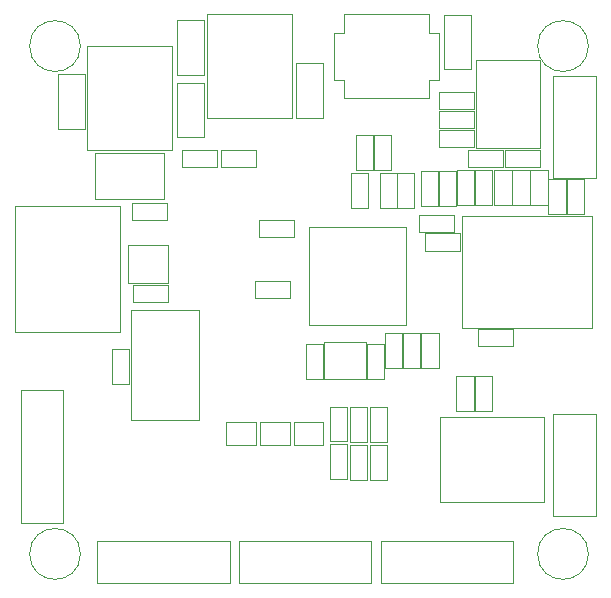
<source format=gbr>
%TF.GenerationSoftware,KiCad,Pcbnew,8.0.8-8.0.8-0~ubuntu22.04.1*%
%TF.CreationDate,2025-03-05T22:54:23+01:00*%
%TF.ProjectId,GLITCHING_FMAW,474c4954-4348-4494-9e47-5f464d41572e,rev?*%
%TF.SameCoordinates,Original*%
%TF.FileFunction,Other,User*%
%FSLAX46Y46*%
G04 Gerber Fmt 4.6, Leading zero omitted, Abs format (unit mm)*
G04 Created by KiCad (PCBNEW 8.0.8-8.0.8-0~ubuntu22.04.1) date 2025-03-05 22:54:23*
%MOMM*%
%LPD*%
G01*
G04 APERTURE LIST*
%ADD10C,0.050000*%
G04 APERTURE END LIST*
D10*
%TO.C,R5*%
X65520000Y-34120000D02*
X68480000Y-34120000D01*
X65520000Y-35580000D02*
X65520000Y-34120000D01*
X68480000Y-34120000D02*
X68480000Y-35580000D01*
X68480000Y-35580000D02*
X65520000Y-35580000D01*
%TO.C,C5*%
X65900000Y-24350000D02*
X68200000Y-24350000D01*
X65900000Y-28950000D02*
X65900000Y-24350000D01*
X68200000Y-24350000D02*
X68200000Y-28950000D01*
X68200000Y-28950000D02*
X65900000Y-28950000D01*
%TO.C,C14*%
X71720000Y-37520000D02*
X73180000Y-37520000D01*
X71720000Y-40480000D02*
X71720000Y-37520000D01*
X73180000Y-37520000D02*
X73180000Y-40480000D01*
X73180000Y-40480000D02*
X71720000Y-40480000D01*
%TO.C,C21*%
X64345000Y-42870000D02*
X67305000Y-42870000D01*
X64345000Y-44330000D02*
X64345000Y-42870000D01*
X67305000Y-42870000D02*
X67305000Y-44330000D01*
X67305000Y-44330000D02*
X64345000Y-44330000D01*
%TO.C,J3*%
X75200000Y-58120000D02*
X75200000Y-66770000D01*
X75200000Y-66770000D02*
X78800000Y-66770000D01*
X78800000Y-58120000D02*
X75200000Y-58120000D01*
X78800000Y-66770000D02*
X78800000Y-58120000D01*
%TO.C,R3*%
X67945000Y-35770000D02*
X70905000Y-35770000D01*
X67945000Y-37230000D02*
X67945000Y-35770000D01*
X70905000Y-35770000D02*
X70905000Y-37230000D01*
X70905000Y-37230000D02*
X67945000Y-37230000D01*
%TO.C,D4*%
X39200000Y-43880000D02*
X39200000Y-47080000D01*
X39200000Y-43880000D02*
X42600000Y-43880000D01*
X42600000Y-47080000D02*
X39200000Y-47080000D01*
X42600000Y-47080000D02*
X42600000Y-43880000D01*
%TO.C,C15*%
X68795000Y-50970000D02*
X71755000Y-50970000D01*
X68795000Y-52430000D02*
X68795000Y-50970000D01*
X71755000Y-50970000D02*
X71755000Y-52430000D01*
X71755000Y-52430000D02*
X68795000Y-52430000D01*
%TO.C,C17*%
X59390710Y-52190711D02*
X60850710Y-52190711D01*
X59390710Y-55150711D02*
X59390710Y-52190711D01*
X60850710Y-52190711D02*
X60850710Y-55150711D01*
X60850710Y-55150711D02*
X59390710Y-55150711D01*
%TO.C,J5*%
X48580000Y-68900000D02*
X48580000Y-72500000D01*
X48580000Y-72500000D02*
X59780000Y-72500000D01*
X59780000Y-68900000D02*
X48580000Y-68900000D01*
X59780000Y-72500000D02*
X59780000Y-68900000D01*
%TO.C,R14*%
X57970000Y-60745000D02*
X59430000Y-60745000D01*
X57970000Y-63705000D02*
X57970000Y-60745000D01*
X59430000Y-60745000D02*
X59430000Y-63705000D01*
X59430000Y-63705000D02*
X57970000Y-63705000D01*
%TO.C,R13*%
X59670000Y-60745000D02*
X61130000Y-60745000D01*
X59670000Y-63705000D02*
X59670000Y-60745000D01*
X61130000Y-60745000D02*
X61130000Y-63705000D01*
X61130000Y-63705000D02*
X59670000Y-63705000D01*
%TO.C,R4*%
X71095000Y-35770000D02*
X74055000Y-35770000D01*
X71095000Y-37230000D02*
X71095000Y-35770000D01*
X74055000Y-35770000D02*
X74055000Y-37230000D01*
X74055000Y-37230000D02*
X71095000Y-37230000D01*
%TO.C,C4*%
X43350000Y-24825001D02*
X45650000Y-24825001D01*
X43350000Y-29425001D02*
X43350000Y-24825001D01*
X45650000Y-24825001D02*
X45650000Y-29425001D01*
X45650000Y-29425001D02*
X43350000Y-29425001D01*
%TO.C,C26*%
X60920000Y-51295000D02*
X62380000Y-51295000D01*
X60920000Y-54255000D02*
X60920000Y-51295000D01*
X62380000Y-51295000D02*
X62380000Y-54255000D01*
X62380000Y-54255000D02*
X60920000Y-54255000D01*
%TO.C,C20*%
X62470000Y-51295000D02*
X63930000Y-51295000D01*
X62470000Y-54255000D02*
X62470000Y-51295000D01*
X63930000Y-51295000D02*
X63930000Y-54255000D01*
X63930000Y-54255000D02*
X62470000Y-54255000D01*
%TO.C,C27*%
X60470000Y-37745000D02*
X61930000Y-37745000D01*
X60470000Y-40705000D02*
X60470000Y-37745000D01*
X61930000Y-37745000D02*
X61930000Y-40705000D01*
X61930000Y-40705000D02*
X60470000Y-40705000D01*
%TO.C,C25*%
X49920000Y-46870000D02*
X52880000Y-46870000D01*
X49920000Y-48330000D02*
X49920000Y-46870000D01*
X52880000Y-46870000D02*
X52880000Y-48330000D01*
X52880000Y-48330000D02*
X49920000Y-48330000D01*
%TO.C,C12*%
X76320000Y-38295000D02*
X77780000Y-38295000D01*
X76320000Y-41255000D02*
X76320000Y-38295000D01*
X77780000Y-38295000D02*
X77780000Y-41255000D01*
X77780000Y-41255000D02*
X76320000Y-41255000D01*
%TO.C,J2*%
X75200000Y-29520001D02*
X75200000Y-38170001D01*
X75200000Y-38170001D02*
X78800000Y-38170001D01*
X78800000Y-29520001D02*
X75200000Y-29520001D01*
X78800000Y-38170001D02*
X78800000Y-29520001D01*
%TO.C,J6*%
X60580000Y-68900000D02*
X60580000Y-72500000D01*
X60580000Y-72500000D02*
X71780000Y-72500000D01*
X71780000Y-68900000D02*
X60580000Y-68900000D01*
X71780000Y-72500000D02*
X71780000Y-68900000D01*
%TO.C,C3*%
X53425000Y-28450001D02*
X55725000Y-28450001D01*
X53425000Y-33050001D02*
X53425000Y-28450001D01*
X55725000Y-28450001D02*
X55725000Y-33050001D01*
X55725000Y-33050001D02*
X53425000Y-33050001D01*
%TO.C,C2*%
X33250000Y-29400000D02*
X35550000Y-29400000D01*
X33250000Y-34000000D02*
X33250000Y-29400000D01*
X35550000Y-29400000D02*
X35550000Y-34000000D01*
X35550000Y-34000000D02*
X33250000Y-34000000D01*
%TO.C,L1*%
X56625000Y-25875000D02*
X57475000Y-25875000D01*
X56625000Y-29875000D02*
X56625000Y-25875000D01*
X57475000Y-25875000D02*
X57475001Y-24325000D01*
X57475000Y-29875000D02*
X56625000Y-29875000D01*
X57475001Y-24325000D02*
X64674999Y-24325000D01*
X57475001Y-31425000D02*
X57475000Y-29875000D01*
X64674999Y-24325000D02*
X64675000Y-25875000D01*
X64674999Y-31425000D02*
X57475001Y-31425000D01*
X64675000Y-25875000D02*
X65525000Y-25875000D01*
X64675000Y-29875000D02*
X64674999Y-31425000D01*
X65525000Y-25875000D02*
X65525000Y-29875000D01*
X65525000Y-29875000D02*
X64675000Y-29875000D01*
%TO.C,C16*%
X37820000Y-52670000D02*
X39280000Y-52670000D01*
X37820000Y-55630000D02*
X37820000Y-52670000D01*
X39280000Y-52670000D02*
X39280000Y-55630000D01*
X39280000Y-55630000D02*
X37820000Y-55630000D01*
%TO.C,RN2*%
X50350000Y-60800000D02*
X50350000Y-58800000D01*
X50350000Y-60800000D02*
X52850000Y-60800000D01*
X52850000Y-58800000D02*
X50350000Y-58800000D01*
X52850000Y-58800000D02*
X52850000Y-60800000D01*
%TO.C,C1*%
X43325000Y-30120001D02*
X45625000Y-30120001D01*
X43325000Y-34720001D02*
X43325000Y-30120001D01*
X45625000Y-30120001D02*
X45625000Y-34720001D01*
X45625000Y-34720001D02*
X43325000Y-34720001D01*
%TO.C,U2*%
X45870000Y-24310001D02*
X45870000Y-33110001D01*
X45870000Y-33110001D02*
X53070000Y-33110001D01*
X53070000Y-24310001D02*
X45870000Y-24310001D01*
X53070000Y-33110001D02*
X53070000Y-24310001D01*
%TO.C,U5*%
X39440000Y-49350000D02*
X39440000Y-58650000D01*
X39440000Y-58650000D02*
X45160000Y-58650000D01*
X45160000Y-49350000D02*
X39440000Y-49350000D01*
X45160000Y-58650000D02*
X45160000Y-49350000D01*
%TO.C,U3*%
X68650001Y-28200000D02*
X68650001Y-35600000D01*
X68650001Y-35600000D02*
X74050001Y-35600000D01*
X74050001Y-28200000D02*
X68650001Y-28200000D01*
X74050001Y-35600000D02*
X74050001Y-28200000D01*
%TO.C,R8*%
X58470000Y-34495000D02*
X59930000Y-34495000D01*
X58470000Y-37455000D02*
X58470000Y-34495000D01*
X59930000Y-34495000D02*
X59930000Y-37455000D01*
X59930000Y-37455000D02*
X58470000Y-37455000D01*
%TO.C,Q2*%
X65600000Y-58400000D02*
X65600000Y-65600000D01*
X65600000Y-65600000D02*
X74400000Y-65600000D01*
X74400000Y-58400000D02*
X65600000Y-58400000D01*
X74400000Y-65600000D02*
X74400000Y-58400000D01*
%TO.C,C24*%
X50270000Y-41720000D02*
X53230000Y-41720000D01*
X50270000Y-43180000D02*
X50270000Y-41720000D01*
X53230000Y-41720000D02*
X53230000Y-43180000D01*
X53230000Y-43180000D02*
X50270000Y-43180000D01*
%TO.C,R10*%
X66970000Y-54945000D02*
X68430000Y-54945000D01*
X66970000Y-57905000D02*
X66970000Y-54945000D01*
X68430000Y-54945000D02*
X68430000Y-57905000D01*
X68430000Y-57905000D02*
X66970000Y-57905000D01*
%TO.C,R6*%
X65520000Y-32470000D02*
X68480000Y-32470000D01*
X65520000Y-33930000D02*
X65520000Y-32470000D01*
X68480000Y-32470000D02*
X68480000Y-33930000D01*
X68480000Y-33930000D02*
X65520000Y-33930000D01*
%TO.C,C18*%
X54240711Y-52215710D02*
X55700711Y-52215710D01*
X54240711Y-55175710D02*
X54240711Y-52215710D01*
X55700711Y-52215710D02*
X55700711Y-55175710D01*
X55700711Y-55175710D02*
X54240711Y-55175710D01*
%TO.C,D5*%
X43732499Y-35770000D02*
X46692499Y-35770000D01*
X43732499Y-37230000D02*
X43732499Y-35770000D01*
X46692499Y-35770000D02*
X46692499Y-37230000D01*
X46692499Y-37230000D02*
X43732499Y-37230000D01*
%TO.C,C22*%
X58070000Y-37720000D02*
X59530000Y-37720000D01*
X58070000Y-40680000D02*
X58070000Y-37720000D01*
X59530000Y-37720000D02*
X59530000Y-40680000D01*
X59530000Y-40680000D02*
X58070000Y-40680000D01*
%TO.C,R27*%
X47020000Y-35770000D02*
X49980000Y-35770000D01*
X47020000Y-37230000D02*
X47020000Y-35770000D01*
X49980000Y-35770000D02*
X49980000Y-37230000D01*
X49980000Y-37230000D02*
X47020000Y-37230000D01*
%TO.C,D2*%
X59670000Y-57532499D02*
X61130000Y-57532499D01*
X59670000Y-60492499D02*
X59670000Y-57532499D01*
X61130000Y-57532499D02*
X61130000Y-60492499D01*
X61130000Y-60492499D02*
X59670000Y-60492499D01*
%TO.C,C8*%
X65520000Y-37545000D02*
X66980000Y-37545000D01*
X65520000Y-40505000D02*
X65520000Y-37545000D01*
X66980000Y-37545000D02*
X66980000Y-40505000D01*
X66980000Y-40505000D02*
X65520000Y-40505000D01*
%TO.C,R9*%
X59995000Y-34495000D02*
X61455000Y-34495000D01*
X59995000Y-37455000D02*
X59995000Y-34495000D01*
X61455000Y-34495000D02*
X61455000Y-37455000D01*
X61455000Y-37455000D02*
X59995000Y-37455000D01*
%TO.C,C6*%
X67045000Y-37520000D02*
X68505000Y-37520000D01*
X67045000Y-40480000D02*
X67045000Y-37520000D01*
X68505000Y-37520000D02*
X68505000Y-40480000D01*
X68505000Y-40480000D02*
X67045000Y-40480000D01*
%TO.C,R1*%
X39520000Y-40270000D02*
X42480000Y-40270000D01*
X39520000Y-41730000D02*
X39520000Y-40270000D01*
X42480000Y-40270000D02*
X42480000Y-41730000D01*
X42480000Y-41730000D02*
X39520000Y-41730000D01*
%TO.C,C9*%
X63970000Y-37545000D02*
X65430000Y-37545000D01*
X63970000Y-40505000D02*
X63970000Y-37545000D01*
X65430000Y-37545000D02*
X65430000Y-40505000D01*
X65430000Y-40505000D02*
X63970000Y-40505000D01*
%TO.C,Y1*%
X55765711Y-52090711D02*
X55765711Y-55150709D01*
X59325711Y-52090711D02*
X55765711Y-52090711D01*
X59325711Y-55150709D02*
X55765711Y-55150709D01*
X59325711Y-55150709D02*
X59325711Y-52090711D01*
%TO.C,C19*%
X64020000Y-51320000D02*
X65480000Y-51320000D01*
X64020000Y-54280000D02*
X64020000Y-51320000D01*
X65480000Y-51320000D02*
X65480000Y-54280000D01*
X65480000Y-54280000D02*
X64020000Y-54280000D01*
%TO.C,H1*%
X35150000Y-27000000D02*
G75*
G02*
X30850000Y-27000000I-2150000J0D01*
G01*
X30850000Y-27000000D02*
G75*
G02*
X35150000Y-27000000I2150000J0D01*
G01*
%TO.C,U6*%
X67490000Y-41380000D02*
X78490000Y-41380000D01*
X67490000Y-50880000D02*
X67490000Y-41380000D01*
X67490000Y-50880000D02*
X78490000Y-50880000D01*
X78490000Y-50880000D02*
X78490000Y-41380000D01*
%TO.C,C7*%
X65495000Y-30870000D02*
X68455000Y-30870000D01*
X65495000Y-32330000D02*
X65495000Y-30870000D01*
X68455000Y-30870000D02*
X68455000Y-32330000D01*
X68455000Y-32330000D02*
X65495000Y-32330000D01*
%TO.C,U4*%
X54460000Y-42330000D02*
X54460000Y-50590000D01*
X54460000Y-50590000D02*
X62720000Y-50590000D01*
X62720000Y-42330000D02*
X54460000Y-42330000D01*
X62720000Y-50590000D02*
X62720000Y-42330000D01*
%TO.C,H2*%
X35150000Y-70000000D02*
G75*
G02*
X30850000Y-70000000I-2150000J0D01*
G01*
X30850000Y-70000000D02*
G75*
G02*
X35150000Y-70000000I2150000J0D01*
G01*
%TO.C,C28*%
X61970000Y-37745000D02*
X63430000Y-37745000D01*
X61970000Y-40705000D02*
X61970000Y-37745000D01*
X63430000Y-37745000D02*
X63430000Y-40705000D01*
X63430000Y-40705000D02*
X61970000Y-40705000D01*
%TO.C,R2*%
X39570000Y-47195000D02*
X42530000Y-47195000D01*
X39570000Y-48655000D02*
X39570000Y-47195000D01*
X42530000Y-47195000D02*
X42530000Y-48655000D01*
X42530000Y-48655000D02*
X39570000Y-48655000D01*
%TO.C,J4*%
X36580000Y-68900000D02*
X36580000Y-72500000D01*
X36580000Y-72500000D02*
X47780000Y-72500000D01*
X47780000Y-68900000D02*
X36580000Y-68900000D01*
X47780000Y-72500000D02*
X47780000Y-68900000D01*
%TO.C,RN3*%
X53200000Y-60800001D02*
X53200000Y-58800001D01*
X53200000Y-60800001D02*
X55700000Y-60800001D01*
X55700000Y-58800001D02*
X53200000Y-58800001D01*
X55700000Y-58800001D02*
X55700000Y-60800001D01*
%TO.C,C11*%
X74770000Y-38295000D02*
X76230000Y-38295000D01*
X74770000Y-41255000D02*
X74770000Y-38295000D01*
X76230000Y-38295000D02*
X76230000Y-41255000D01*
X76230000Y-41255000D02*
X74770000Y-41255000D01*
%TO.C,J1*%
X38535000Y-51180000D02*
X29595000Y-51180000D01*
X29595000Y-40540000D01*
X38535000Y-40540000D01*
X38535000Y-51180000D01*
%TO.C,R12*%
X56270000Y-60695000D02*
X57730000Y-60695000D01*
X56270000Y-63655000D02*
X56270000Y-60695000D01*
X57730000Y-60695000D02*
X57730000Y-63655000D01*
X57730000Y-63655000D02*
X56270000Y-63655000D01*
%TO.C,C23*%
X63795000Y-41270000D02*
X66755000Y-41270000D01*
X63795000Y-42730000D02*
X63795000Y-41270000D01*
X66755000Y-41270000D02*
X66755000Y-42730000D01*
X66755000Y-42730000D02*
X63795000Y-42730000D01*
%TO.C,D3*%
X57970000Y-57532499D02*
X59430000Y-57532499D01*
X57970000Y-60492499D02*
X57970000Y-57532499D01*
X59430000Y-57532499D02*
X59430000Y-60492499D01*
X59430000Y-60492499D02*
X57970000Y-60492499D01*
%TO.C,F1*%
X36362500Y-36025000D02*
X42262500Y-36025000D01*
X36362500Y-39925000D02*
X36362500Y-36025000D01*
X42262500Y-36025000D02*
X42262500Y-39925000D01*
X42262500Y-39925000D02*
X36362500Y-39925000D01*
%TO.C,C13*%
X70195000Y-37520000D02*
X71655000Y-37520000D01*
X70195000Y-40480000D02*
X70195000Y-37520000D01*
X71655000Y-37520000D02*
X71655000Y-40480000D01*
X71655000Y-40480000D02*
X70195000Y-40480000D01*
%TO.C,RN1*%
X47500000Y-60800001D02*
X47500000Y-58800001D01*
X47500000Y-60800001D02*
X50000000Y-60800001D01*
X50000000Y-58800001D02*
X47500000Y-58800001D01*
X50000000Y-58800001D02*
X50000000Y-60800001D01*
%TO.C,C10*%
X73245000Y-37520000D02*
X74705000Y-37520000D01*
X73245000Y-40480000D02*
X73245000Y-37520000D01*
X74705000Y-37520000D02*
X74705000Y-40480000D01*
X74705000Y-40480000D02*
X73245000Y-40480000D01*
%TO.C,H4*%
X78150000Y-27000000D02*
G75*
G02*
X73850000Y-27000000I-2150000J0D01*
G01*
X73850000Y-27000000D02*
G75*
G02*
X78150000Y-27000000I2150000J0D01*
G01*
%TO.C,U1*%
X35742500Y-26965001D02*
X35742500Y-35765001D01*
X35742500Y-35765001D02*
X42942500Y-35765001D01*
X42942500Y-26965001D02*
X35742500Y-26965001D01*
X42942500Y-35765001D02*
X42942500Y-26965001D01*
%TO.C,J7*%
X30100000Y-56140000D02*
X30100000Y-67340000D01*
X30100000Y-67340000D02*
X33700000Y-67340000D01*
X33700000Y-56140000D02*
X30100000Y-56140000D01*
X33700000Y-67340000D02*
X33700000Y-56140000D01*
%TO.C,R7*%
X68570000Y-37520000D02*
X70030000Y-37520000D01*
X68570000Y-40480000D02*
X68570000Y-37520000D01*
X70030000Y-37520000D02*
X70030000Y-40480000D01*
X70030000Y-40480000D02*
X68570000Y-40480000D01*
%TO.C,R11*%
X68520000Y-54945000D02*
X69980000Y-54945000D01*
X68520000Y-57905000D02*
X68520000Y-54945000D01*
X69980000Y-54945000D02*
X69980000Y-57905000D01*
X69980000Y-57905000D02*
X68520000Y-57905000D01*
%TO.C,H3*%
X78150000Y-70000000D02*
G75*
G02*
X73850000Y-70000000I-2150000J0D01*
G01*
X73850000Y-70000000D02*
G75*
G02*
X78150000Y-70000000I2150000J0D01*
G01*
%TO.C,D1*%
X56270000Y-57520000D02*
X57730000Y-57520000D01*
X56270000Y-60480000D02*
X56270000Y-57520000D01*
X57730000Y-57520000D02*
X57730000Y-60480000D01*
X57730000Y-60480000D02*
X56270000Y-60480000D01*
%TD*%
M02*

</source>
